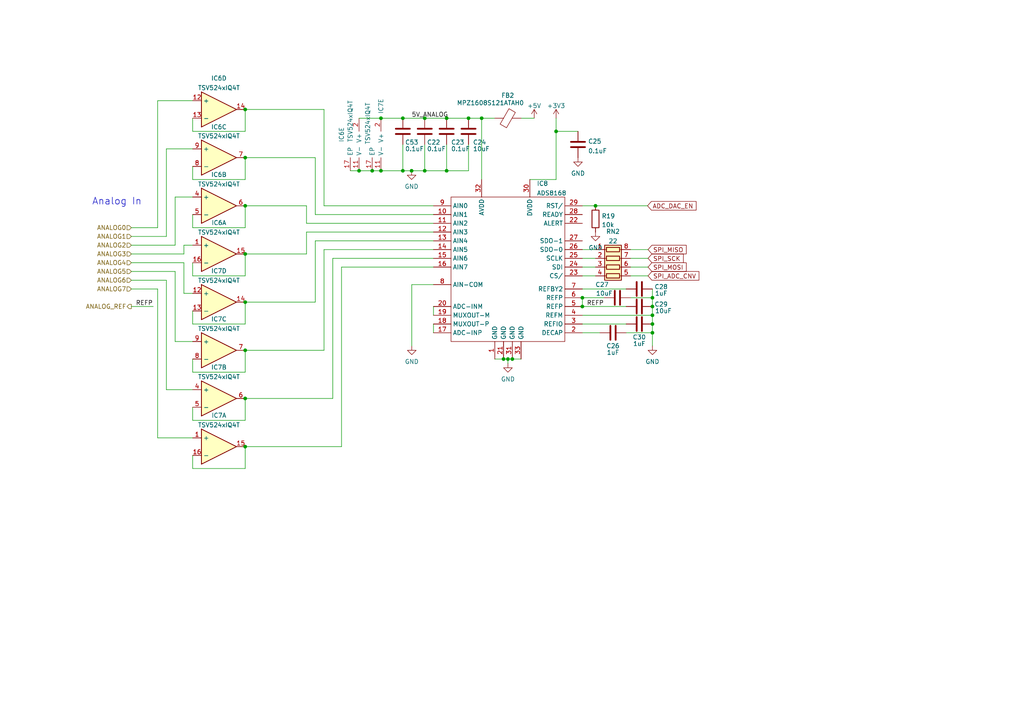
<source format=kicad_sch>
(kicad_sch (version 20211123) (generator eeschema)
  (paper "A4")
  (lib_symbols
    (symbol "Amplifier_Operational:TSV524xIQ4T"
      (property "Reference" "U" (at 2.54 5.08 0))
      (property "Value" "TSV524xIQ4T" (at 5.08 -5.08 0))
      (symbol "TSV524xIQ4T_1_1"
        (polyline (pts (xy -5.08 5.08) (xy 5.08 0) (xy -5.08 -5.08) (xy -5.08 5.08)) (stroke (width 0.254)) (fill (type background)))
        (pin input line (at -7.62 2.54 0) (length 2.54) (name "+") (number "1"))
        (pin output line (at 7.62 0 180) (length 2.54) (name "~") (number "15"))
        (pin input line (at -7.62 -2.54 0) (length 2.54) (name "-") (number "16"))
      )
      (symbol "TSV524xIQ4T_2_1"
        (polyline (pts (xy -5.08 5.08) (xy 5.08 0) (xy -5.08 -5.08) (xy -5.08 5.08)) (stroke (width 0.254)) (fill (type background)))
        (pin input line (at -7.62 2.54 0) (length 2.54) (name "+") (number "4"))
        (pin input line (at -7.62 -2.54 0) (length 2.54) (name "-") (number "5"))
        (pin output line (at 7.62 0 180) (length 2.54) (name "~") (number "6"))
      )
      (symbol "TSV524xIQ4T_3_1"
        (polyline (pts (xy -5.08 5.08) (xy 5.08 0) (xy -5.08 -5.08) (xy -5.08 5.08)) (stroke (width 0.254)) (fill (type background)))
        (pin output line (at 7.62 0 180) (length 2.54) (name "~") (number "7"))
        (pin input line (at -7.62 -2.54 0) (length 2.54) (name "-") (number "8"))
        (pin input line (at -7.62 2.54 0) (length 2.54) (name "+") (number "9"))
      )
      (symbol "TSV524xIQ4T_4_1"
        (polyline (pts (xy -5.08 5.08) (xy 5.08 0) (xy -5.08 -5.08) (xy -5.08 5.08)) (stroke (width 0.254)) (fill (type background)))
        (pin input line (at -7.62 2.54 0) (length 2.54) (name "+") (number "12"))
        (pin input line (at -7.62 -2.54 0) (length 2.54) (name "-") (number "13"))
        (pin output line (at 7.62 0 180) (length 2.54) (name "~") (number "14"))
      )
      (symbol "TSV524xIQ4T_5_1"
        (pin no_connect line (at -2.54 0 0) (length 3.81) hide (name "NC") (number "10"))
        (pin power_in line (at 0 -7.62 90) (length 3.81) (name "V-") (number "11"))
        (pin passive line (at -2.54 -7.62 90) (length 3.81) (name "EP") (number "17"))
        (pin power_in line (at 0 7.62 270) (length 3.81) (name "V+") (number "2"))
        (pin no_connect line (at -2.54 2.54 0) (length 3.81) hide (name "NC") (number "3"))
      )
    )
    (symbol "Bela:ADS8168"
      (property "Reference" "IC" (at -5.08 -7.62 0))
      (property "Value" "ADS8168" (at 11.43 -7.62 0))
      (symbol "ADS8168_0_1"
        (rectangle (start -17.78 -8.89) (end 15.24 -50.8) (stroke (width 0.1524)))
      )
      (symbol "ADS8168_1_1"
        (pin power_in line (at -5.08 -55.88 90) (length 5.08) (name "GND") (number "1"))
        (pin input line (at -22.86 -13.97 0) (length 5.08) (name "AIN1") (number "10"))
        (pin input line (at -22.86 -16.51 0) (length 5.08) (name "AIN2") (number "11"))
        (pin input line (at -22.86 -19.05 0) (length 5.08) (name "AIN3") (number "12"))
        (pin input line (at -22.86 -21.59 0) (length 5.08) (name "AIN4") (number "13"))
        (pin input line (at -22.86 -24.13 0) (length 5.08) (name "AIN5") (number "14"))
        (pin input line (at -22.86 -26.67 0) (length 5.08) (name "AIN6") (number "15"))
        (pin input line (at -22.86 -29.21 0) (length 5.08) (name "AIN7") (number "16"))
        (pin input line (at -22.86 -48.26 0) (length 5.08) (name "ADC-INP") (number "17"))
        (pin input line (at -22.86 -45.72 0) (length 5.08) (name "MUXOUT-P") (number "18"))
        (pin input line (at -22.86 -43.18 0) (length 5.08) (name "MUXOUT-M") (number "19"))
        (pin output line (at 20.32 -48.26 180) (length 5.08) (name "DECAP") (number "2"))
        (pin input line (at -22.86 -40.64 0) (length 5.08) (name "ADC-INM") (number "20"))
        (pin power_in line (at -2.54 -55.88 90) (length 5.08) (name "GND") (number "21"))
        (pin output line (at 20.32 -16.51 180) (length 5.08) (name "ALERT") (number "22"))
        (pin input line (at 20.32 -31.75 180) (length 5.08) (name "CS/") (number "23"))
        (pin input line (at 20.32 -29.21 180) (length 5.08) (name "SDI") (number "24"))
        (pin input line (at 20.32 -26.67 180) (length 5.08) (name "SCLK") (number "25"))
        (pin output line (at 20.32 -24.13 180) (length 5.08) (name "SDO-0") (number "26"))
        (pin output line (at 20.32 -21.59 180) (length 5.08) (name "SDO-1") (number "27"))
        (pin output line (at 20.32 -13.97 180) (length 5.08) (name "READY") (number "28"))
        (pin input line (at 20.32 -11.43 180) (length 5.08) (name "RST/") (number "29"))
        (pin output line (at 20.32 -45.72 180) (length 5.08) (name "REFIO") (number "3"))
        (pin power_in line (at 5.08 -3.81 270) (length 5.08) (name "DVDD") (number "30"))
        (pin power_in line (at 0 -55.88 90) (length 5.08) (name "GND") (number "31"))
        (pin power_in line (at -8.89 -3.81 270) (length 5.08) (name "AVDD") (number "32"))
        (pin power_in line (at 2.54 -55.88 90) (length 5.08) (name "GND") (number "33"))
        (pin output line (at 20.32 -43.18 180) (length 5.08) (name "REFM") (number "4"))
        (pin output line (at 20.32 -40.64 180) (length 5.08) (name "REFP") (number "5"))
        (pin output line (at 20.32 -38.1 180) (length 5.08) (name "REFP") (number "6"))
        (pin output line (at 20.32 -35.56 180) (length 5.08) (name "REFBY2") (number "7"))
        (pin input line (at -22.86 -34.29 0) (length 5.08) (name "AIN-COM") (number "8"))
        (pin input line (at -22.86 -11.43 0) (length 5.08) (name "AIN0") (number "9"))
      )
    )
    (symbol "Device:C" (pin_numbers hide) (pin_names (offset 0.254))
      (property "Reference" "C" (at 0.635 2.54 0))
      (property "Value" "C" (at 0.635 -2.54 0))
      (symbol "C_0_1"
        (polyline (pts (xy -2.032 -0.762) (xy 2.032 -0.762)) (stroke (width 0.508)))
        (polyline (pts (xy -2.032 0.762) (xy 2.032 0.762)) (stroke (width 0.508)))
      )
      (symbol "C_1_1"
        (pin passive line (at 0 3.81 270) (length 2.794) (name "~") (number "1"))
        (pin passive line (at 0 -3.81 90) (length 2.794) (name "~") (number "2"))
      )
    )
    (symbol "Device:FerriteBead" (pin_numbers hide) (pin_names (offset 0))
      (property "Reference" "FB" (at -3.81 0.635 90))
      (property "Value" "FerriteBead" (at 3.81 0 90))
      (symbol "FerriteBead_0_1"
        (polyline (pts (xy 0 -1.27) (xy 0 -1.2192)))
        (polyline (pts (xy 0 1.27) (xy 0 1.2954)))
        (polyline (pts (xy -2.7686 0.4064) (xy -1.7018 2.2606) (xy 2.7686 -0.3048) (xy 1.6764 -2.159) (xy -2.7686 0.4064)))
      )
      (symbol "FerriteBead_1_1"
        (pin passive line (at 0 3.81 270) (length 2.54) (name "~") (number "1"))
        (pin passive line (at 0 -3.81 90) (length 2.54) (name "~") (number "2"))
      )
    )
    (symbol "Device:R" (pin_numbers hide) (pin_names (offset 0))
      (property "Reference" "R" (at 2.032 0 90))
      (property "Value" "R" (at 0 0 90))
      (symbol "R_0_1"
        (rectangle (start -1.016 -2.54) (end 1.016 2.54) (stroke (width 0.254)))
      )
      (symbol "R_1_1"
        (pin passive line (at 0 3.81 270) (length 1.27) (name "~") (number "1"))
        (pin passive line (at 0 -3.81 90) (length 1.27) (name "~") (number "2"))
      )
    )
    (symbol "Device:R_Pack04" (pin_names (offset 0) hide)
      (property "Reference" "RN" (at -7.62 0 90))
      (property "Value" "R_Pack04" (at 5.08 0 90))
      (symbol "R_Pack04_0_1"
        (rectangle (start -6.35 -2.413) (end 3.81 2.413) (stroke (width 0.254)) (fill (type background)))
        (rectangle (start -5.715 1.905) (end -4.445 -1.905) (stroke (width 0.254)))
        (rectangle (start -3.175 1.905) (end -1.905 -1.905) (stroke (width 0.254)))
        (rectangle (start -0.635 1.905) (end 0.635 -1.905) (stroke (width 0.254)))
        (polyline (pts (xy -5.08 -2.54) (xy -5.08 -1.905)))
        (polyline (pts (xy -5.08 1.905) (xy -5.08 2.54)))
        (polyline (pts (xy -2.54 -2.54) (xy -2.54 -1.905)))
        (polyline (pts (xy -2.54 1.905) (xy -2.54 2.54)))
        (polyline (pts (xy 0 -2.54) (xy 0 -1.905)))
        (polyline (pts (xy 0 1.905) (xy 0 2.54)))
        (polyline (pts (xy 2.54 -2.54) (xy 2.54 -1.905)))
        (polyline (pts (xy 2.54 1.905) (xy 2.54 2.54)))
        (rectangle (start 1.905 1.905) (end 3.175 -1.905) (stroke (width 0.254)))
      )
      (symbol "R_Pack04_1_1"
        (pin passive line (at -5.08 -5.08 90) (length 2.54) (name "R1.1") (number "1"))
        (pin passive line (at -2.54 -5.08 90) (length 2.54) (name "R2.1") (number "2"))
        (pin passive line (at 0 -5.08 90) (length 2.54) (name "R3.1") (number "3"))
        (pin passive line (at 2.54 -5.08 90) (length 2.54) (name "R4.1") (number "4"))
        (pin passive line (at 2.54 5.08 270) (length 2.54) (name "R4.2") (number "5"))
        (pin passive line (at 0 5.08 270) (length 2.54) (name "R3.2") (number "6"))
        (pin passive line (at -2.54 5.08 270) (length 2.54) (name "R2.2") (number "7"))
        (pin passive line (at -5.08 5.08 270) (length 2.54) (name "R1.2") (number "8"))
      )
    )
    (symbol "power:+3V3" (power) (pin_names (offset 0))
      (property "Value" "+3V3" (at 0 3.556 0))
      (symbol "+3V3_0_1"
        (polyline (pts (xy -0.762 1.27) (xy 0 2.54)))
        (polyline (pts (xy 0 0) (xy 0 2.54)))
        (polyline (pts (xy 0 2.54) (xy 0.762 1.27)))
      )
      (symbol "+3V3_1_1"
        (pin power_in line (at 0 0 90) (length 0) hide (name "+3V3") (number "1"))
      )
    )
    (symbol "power:+5V" (power) (pin_names (offset 0))
      (property "Value" "+5V" (at 0 3.556 0))
      (symbol "+5V_0_1"
        (polyline (pts (xy -0.762 1.27) (xy 0 2.54)))
        (polyline (pts (xy 0 0) (xy 0 2.54)))
        (polyline (pts (xy 0 2.54) (xy 0.762 1.27)))
      )
      (symbol "+5V_1_1"
        (pin power_in line (at 0 0 90) (length 0) hide (name "+5V") (number "1"))
      )
    )
    (symbol "power:GND" (power) (pin_names (offset 0))
      (property "Value" "GND" (at 0 -3.81 0))
      (symbol "GND_0_1"
        (polyline (pts (xy 0 0) (xy 0 -1.27) (xy 1.27 -1.27) (xy 0 -2.54) (xy -1.27 -1.27) (xy 0 -1.27)))
      )
      (symbol "GND_1_1"
        (pin power_in line (at 0 0 270) (length 0) hide (name "GND") (number "1"))
      )
    )
  )
  (junction (at 71.12 59.69))
  (junction (at 168.91 86.36))
  (junction (at 110.49 49.53))
  (junction (at 104.14 49.53))
  (junction (at 71.12 115.57))
  (junction (at 71.12 129.54))
  (junction (at 107.95 49.53))
  (junction (at 71.12 45.72))
  (junction (at 189.23 91.44))
  (junction (at 116.84 34.29))
  (junction (at 71.12 87.63))
  (junction (at 129.54 49.53))
  (junction (at 123.19 34.29))
  (junction (at 71.12 73.66))
  (junction (at 189.23 93.98))
  (junction (at 189.23 86.36))
  (junction (at 139.7 34.29))
  (junction (at 147.32 104.14))
  (junction (at 148.59 104.14))
  (junction (at 123.19 49.53))
  (junction (at 146.05 104.14))
  (junction (at 172.72 59.69))
  (junction (at 135.89 34.29))
  (junction (at 161.29 38.1))
  (junction (at 71.12 31.75))
  (junction (at 119.38 49.53))
  (junction (at 129.54 34.29))
  (junction (at 168.91 88.9))
  (junction (at 110.49 34.29))
  (junction (at 116.84 49.53))
  (junction (at 189.23 96.52))
  (junction (at 189.23 88.9))
  (junction (at 71.12 101.6))
  (wire (pts (xy 88.9 64.77) (xy 125.73 64.77)))
  (wire (pts (xy 129.54 49.53) (xy 135.89 49.53)))
  (wire (pts (xy 55.88 107.95) (xy 71.12 107.95)))
  (wire (pts (xy 168.91 86.36) (xy 168.91 88.9)))
  (wire (pts (xy 55.88 135.89) (xy 71.12 135.89)))
  (wire (pts (xy 93.98 31.75) (xy 93.98 59.69)))
  (wire (pts (xy 123.19 34.29) (xy 129.54 34.29)))
  (wire (pts (xy 71.12 31.75) (xy 93.98 31.75)))
  (wire (pts (xy 148.59 104.14) (xy 151.13 104.14)))
  (wire (pts (xy 55.88 62.23) (xy 55.88 66.04)))
  (wire (pts (xy 50.8 71.12) (xy 50.8 57.15)))
  (wire (pts (xy 181.61 96.52) (xy 189.23 96.52)))
  (wire (pts (xy 104.14 49.53) (xy 107.95 49.53)))
  (wire (pts (xy 146.05 104.14) (xy 147.32 104.14)))
  (wire (pts (xy 88.9 59.69) (xy 88.9 64.77)))
  (wire (pts (xy 71.12 52.07) (xy 71.12 45.72)))
  (wire (pts (xy 116.84 34.29) (xy 123.19 34.29)))
  (wire (pts (xy 107.95 49.53) (xy 110.49 49.53)))
  (wire (pts (xy 168.91 80.01) (xy 172.72 80.01)))
  (wire (pts (xy 139.7 34.29) (xy 143.51 34.29)))
  (wire (pts (xy 125.73 88.9) (xy 125.73 91.44)))
  (wire (pts (xy 55.88 118.11) (xy 55.88 121.92)))
  (wire (pts (xy 91.44 87.63) (xy 91.44 69.85)))
  (wire (pts (xy 110.49 34.29) (xy 116.84 34.29)))
  (wire (pts (xy 168.91 86.36) (xy 175.26 86.36)))
  (wire (pts (xy 53.34 85.09) (xy 55.88 85.09)))
  (wire (pts (xy 125.73 67.31) (xy 88.9 67.31)))
  (wire (pts (xy 168.91 83.82) (xy 181.61 83.82)))
  (wire (pts (xy 116.84 49.53) (xy 119.38 49.53)))
  (wire (pts (xy 139.7 34.29) (xy 139.7 52.07)))
  (wire (pts (xy 71.12 93.98) (xy 71.12 87.63)))
  (wire (pts (xy 129.54 41.91) (xy 129.54 49.53)))
  (wire (pts (xy 96.52 74.93) (xy 125.73 74.93)))
  (wire (pts (xy 45.72 83.82) (xy 38.1 83.82)))
  (wire (pts (xy 93.98 59.69) (xy 125.73 59.69)))
  (wire (pts (xy 125.73 72.39) (xy 93.98 72.39)))
  (wire (pts (xy 71.12 38.1) (xy 71.12 31.75)))
  (wire (pts (xy 88.9 73.66) (xy 71.12 73.66)))
  (wire (pts (xy 182.88 86.36) (xy 189.23 86.36)))
  (wire (pts (xy 38.1 71.12) (xy 50.8 71.12)))
  (wire (pts (xy 45.72 29.21) (xy 55.88 29.21)))
  (wire (pts (xy 135.89 49.53) (xy 135.89 41.91)))
  (wire (pts (xy 125.73 62.23) (xy 91.44 62.23)))
  (wire (pts (xy 55.88 93.98) (xy 71.12 93.98)))
  (wire (pts (xy 182.88 80.01) (xy 187.96 80.01)))
  (wire (pts (xy 125.73 93.98) (xy 125.73 96.52)))
  (wire (pts (xy 123.19 49.53) (xy 129.54 49.53)))
  (wire (pts (xy 168.91 77.47) (xy 172.72 77.47)))
  (wire (pts (xy 153.67 52.07) (xy 161.29 52.07)))
  (wire (pts (xy 55.88 121.92) (xy 71.12 121.92)))
  (wire (pts (xy 143.51 104.14) (xy 146.05 104.14)))
  (wire (pts (xy 38.1 81.28) (xy 48.26 81.28)))
  (wire (pts (xy 53.34 71.12) (xy 55.88 71.12)))
  (wire (pts (xy 101.6 49.53) (xy 104.14 49.53)))
  (wire (pts (xy 48.26 68.58) (xy 48.26 43.18)))
  (wire (pts (xy 91.44 69.85) (xy 125.73 69.85)))
  (wire (pts (xy 135.89 34.29) (xy 139.7 34.29)))
  (wire (pts (xy 71.12 115.57) (xy 96.52 115.57)))
  (wire (pts (xy 53.34 73.66) (xy 53.34 71.12)))
  (wire (pts (xy 99.06 77.47) (xy 99.06 129.54)))
  (wire (pts (xy 53.34 76.2) (xy 53.34 85.09)))
  (wire (pts (xy 168.91 59.69) (xy 172.72 59.69)))
  (wire (pts (xy 129.54 34.29) (xy 135.89 34.29)))
  (wire (pts (xy 189.23 91.44) (xy 189.23 93.98)))
  (wire (pts (xy 55.88 52.07) (xy 71.12 52.07)))
  (wire (pts (xy 125.73 82.55) (xy 119.4308 82.55)))
  (wire (pts (xy 119.4308 82.55) (xy 119.4308 100.33)))
  (wire (pts (xy 168.91 93.98) (xy 181.61 93.98)))
  (wire (pts (xy 119.38 49.53) (xy 123.19 49.53)))
  (wire (pts (xy 182.88 74.93) (xy 187.96 74.93)))
  (wire (pts (xy 161.29 38.1) (xy 161.29 52.07)))
  (wire (pts (xy 161.29 34.29) (xy 161.29 38.1)))
  (wire (pts (xy 55.88 76.2) (xy 55.88 80.01)))
  (wire (pts (xy 161.29 38.1) (xy 167.64 38.1)))
  (wire (pts (xy 168.91 72.39) (xy 172.72 72.39)))
  (wire (pts (xy 172.72 59.69) (xy 187.8076 59.69)))
  (wire (pts (xy 71.12 87.63) (xy 91.44 87.63)))
  (wire (pts (xy 168.91 74.93) (xy 172.72 74.93)))
  (wire (pts (xy 96.52 115.57) (xy 96.52 74.93)))
  (wire (pts (xy 50.8 99.06) (xy 55.88 99.06)))
  (wire (pts (xy 38.1 88.9) (xy 44.45 88.9)))
  (wire (pts (xy 48.26 43.18) (xy 55.88 43.18)))
  (wire (pts (xy 38.1 76.2) (xy 53.34 76.2)))
  (wire (pts (xy 189.23 91.44) (xy 189.23 88.9)))
  (wire (pts (xy 88.9 67.31) (xy 88.9 73.66)))
  (wire (pts (xy 50.8 78.74) (xy 50.8 99.06)))
  (wire (pts (xy 91.44 45.72) (xy 71.12 45.72)))
  (wire (pts (xy 45.72 127) (xy 45.72 83.82)))
  (wire (pts (xy 71.12 107.95) (xy 71.12 101.6)))
  (wire (pts (xy 151.13 34.29) (xy 154.94 34.29)))
  (wire (pts (xy 93.98 101.6) (xy 71.12 101.6)))
  (wire (pts (xy 110.49 49.53) (xy 116.84 49.53)))
  (wire (pts (xy 168.91 96.52) (xy 173.99 96.52)))
  (wire (pts (xy 168.91 91.44) (xy 189.23 91.44)))
  (wire (pts (xy 55.88 132.08) (xy 55.88 135.89)))
  (wire (pts (xy 48.26 81.28) (xy 48.26 113.03)))
  (wire (pts (xy 55.88 38.1) (xy 71.12 38.1)))
  (wire (pts (xy 189.23 83.82) (xy 189.23 86.36)))
  (wire (pts (xy 55.88 34.29) (xy 55.88 38.1)))
  (wire (pts (xy 93.98 72.39) (xy 93.98 101.6)))
  (wire (pts (xy 125.73 77.47) (xy 99.06 77.47)))
  (wire (pts (xy 123.19 41.91) (xy 123.19 49.53)))
  (wire (pts (xy 147.32 104.14) (xy 147.32 105.41)))
  (wire (pts (xy 189.23 86.36) (xy 189.23 88.9)))
  (wire (pts (xy 168.91 88.9) (xy 181.61 88.9)))
  (wire (pts (xy 182.88 77.47) (xy 187.96 77.47)))
  (wire (pts (xy 71.12 59.69) (xy 88.9 59.69)))
  (wire (pts (xy 45.72 66.04) (xy 45.72 29.21)))
  (wire (pts (xy 71.12 66.04) (xy 71.12 59.69)))
  (wire (pts (xy 71.12 80.01) (xy 71.12 73.66)))
  (wire (pts (xy 38.1 68.58) (xy 48.26 68.58)))
  (wire (pts (xy 71.12 121.92) (xy 71.12 115.57)))
  (wire (pts (xy 38.1 66.04) (xy 45.72 66.04)))
  (wire (pts (xy 182.88 72.39) (xy 187.96 72.39)))
  (wire (pts (xy 55.88 90.17) (xy 55.88 93.98)))
  (wire (pts (xy 55.88 104.14) (xy 55.88 107.95)))
  (wire (pts (xy 91.44 62.23) (xy 91.44 45.72)))
  (wire (pts (xy 50.8 57.15) (xy 55.88 57.15)))
  (wire (pts (xy 189.23 96.52) (xy 189.23 93.98)))
  (wire (pts (xy 116.84 41.91) (xy 116.84 49.53)))
  (wire (pts (xy 104.14 34.29) (xy 110.49 34.29)))
  (wire (pts (xy 55.88 66.04) (xy 71.12 66.04)))
  (wire (pts (xy 38.1 78.74) (xy 50.8 78.74)))
  (wire (pts (xy 99.06 129.54) (xy 71.12 129.54)))
  (wire (pts (xy 38.1 73.66) (xy 53.34 73.66)))
  (wire (pts (xy 55.88 127) (xy 45.72 127)))
  (wire (pts (xy 55.88 80.01) (xy 71.12 80.01)))
  (wire (pts (xy 189.23 96.52) (xy 189.23 100.33)))
  (wire (pts (xy 55.88 48.26) (xy 55.88 52.07)))
  (wire (pts (xy 71.12 135.89) (xy 71.12 129.54)))
  (wire (pts (xy 48.26 113.03) (xy 55.88 113.03)))
  (wire (pts (xy 147.32 104.14) (xy 148.59 104.14)))
  (text "Analog In" (at 26.67 59.69 0) (effects (font (size 2 2)) (justify left bottom)))
  (label "REFP" (at 170.18 88.9 0))
  (label "REFP" (at 39.37 88.9 0))
  (label "5V_ANALOG" (at 119.38 34.29 0))
  (global_label "SPI_MOSI" (shape input) (at 187.96 77.47 0) (property "Intersheet References" "${INTERSHEET_REFS}" (effects hide)))
  (global_label "ADC_DAC_EN" (shape input) (at 187.8076 59.69 0) (property "Intersheet References" "${INTERSHEET_REFS}" (effects hide)))
  (global_label "SPI_SCK" (shape input) (at 187.96 74.93 0) (property "Intersheet References" "${INTERSHEET_REFS}" (effects hide)))
  (global_label "SPI_ADC_CNV" (shape input) (at 187.96 80.01 0) (property "Intersheet References" "${INTERSHEET_REFS}" (effects hide)))
  (global_label "SPI_MISO" (shape input) (at 187.96 72.39 0) (property "Intersheet References" "${INTERSHEET_REFS}" (effects hide)))
  (hierarchical_label "ANALOG4" (shape input) (at 38.1 76.2 180))
  (hierarchical_label "ANALOG6" (shape input) (at 38.1 81.28 180))
  (hierarchical_label "ANALOG5" (shape input) (at 38.1 78.74 180))
  (hierarchical_label "ANALOG1" (shape input) (at 38.1 68.58 180))
  (hierarchical_label "ANALOG3" (shape input) (at 38.1 73.66 180))
  (hierarchical_label "ANALOG2" (shape input) (at 38.1 71.12 180))
  (hierarchical_label "ANALOG0" (shape input) (at 38.1 66.04 180))
  (hierarchical_label "ANALOG7" (shape input) (at 38.1 83.82 180))
  (hierarchical_label "ANALOG_REF" (shape output) (at 38.1 88.9 180))
  (symbol (lib_id "Amplifier_Operational:TSV524xIQ4T") (at 110.49 41.91 0) (unit 5)
    (property "Reference" "IC7" (at 110.49 33.02 90) (effects (justify left)))
    (property "Value" "TSV524xIQ4T" (at 106.68 41.91 90) (effects (justify left)))
    (property "Footprint" "Package_DFN_QFN:QFN-16-1EP_3x3mm_P0.5mm_EP1.7x1.7mm" (effects hide))
    (property "Datasheet" "https://www.st.com/resource/en/datasheet/tsv521.pdf" (effects hide))
  )
  (symbol (lib_id "Amplifier_Operational:TSV524xIQ4T") (at 63.5 59.69 0) (unit 2)
    (property "Reference" "IC6" (at 63.5 50.6435 0))
    (property "Value" "TSV524xIQ4T" (at 63.5 53.4186 0))
    (property "Footprint" "Package_DFN_QFN:QFN-16-1EP_3x3mm_P0.5mm_EP1.7x1.7mm" (effects hide))
    (property "Datasheet" "https://www.st.com/resource/en/datasheet/tsv521.pdf" (effects hide))
  )
  (symbol (lib_id "Device:C") (at 185.42 83.82 90) (unit 1)
    (property "Reference" "C28" (at 191.77 83.185 90))
    (property "Value" "1uF" (at 191.77 85.09 90))
    (property "Footprint" "Capacitor_SMD:C_0603_1608Metric" (effects hide))
  )
  (symbol (lib_id "Device:C") (at 185.42 88.9 90) (unit 1)
    (property "Reference" "C29" (at 191.77 88.265 90))
    (property "Value" "10uF" (at 192.405 90.17 90))
    (property "Footprint" "Capacitor_SMD:C_0603_1608Metric" (effects hide))
  )
  (symbol (lib_id "Device:R") (at 172.72 63.5 180) (unit 1)
    (property "Reference" "R19" (at 174.498 62.6653 0) (effects (justify right)))
    (property "Value" "10k" (at 174.498 65.2022 0) (effects (justify right)))
    (property "Footprint" "Resistor_SMD:R_0603_1608Metric" (effects hide))
  )
  (symbol (lib_id "Device:C") (at 179.07 86.36 90) (unit 1)
    (property "Reference" "C27" (at 174.625 82.55 90))
    (property "Value" "10uF" (at 175.26 85.09 90))
    (property "Footprint" "Capacitor_SMD:C_0603_1608Metric" (effects hide))
  )
  (symbol (lib_id "power:+5V") (at 154.94 34.29 0) (unit 1)
    (property "Reference" "#PWR0123" (effects hide))
    (property "Value" "+5V" (at 154.94 30.6855 0))
  )
  (symbol (lib_id "Amplifier_Operational:TSV524xIQ4T") (at 63.5 115.57 0) (unit 2)
    (property "Reference" "IC7" (at 63.5 106.5235 0))
    (property "Value" "TSV524xIQ4T" (at 63.5 109.2986 0))
    (property "Footprint" "Package_DFN_QFN:QFN-16-1EP_3x3mm_P0.5mm_EP1.7x1.7mm" (effects hide))
    (property "Datasheet" "https://www.st.com/resource/en/datasheet/tsv521.pdf" (effects hide))
  )
  (symbol (lib_id "Amplifier_Operational:TSV524xIQ4T") (at 63.5 101.6 0) (unit 3)
    (property "Reference" "IC7" (at 63.5 92.5535 0))
    (property "Value" "TSV524xIQ4T" (at 63.5 95.3286 0))
    (property "Footprint" "Package_DFN_QFN:QFN-16-1EP_3x3mm_P0.5mm_EP1.7x1.7mm" (effects hide))
    (property "Datasheet" "https://www.st.com/resource/en/datasheet/tsv521.pdf" (effects hide))
  )
  (symbol (lib_id "Amplifier_Operational:TSV524xIQ4T") (at 104.14 41.91 0) (unit 5)
    (property "Reference" "IC6" (at 99.06 41.275 90) (effects (justify left)))
    (property "Value" "TSV524xIQ4T" (at 101.6 41.275 90) (effects (justify left)))
    (property "Footprint" "Package_DFN_QFN:QFN-16-1EP_3x3mm_P0.5mm_EP1.7x1.7mm" (effects hide))
    (property "Datasheet" "https://www.st.com/resource/en/datasheet/tsv521.pdf" (effects hide))
  )
  (symbol (lib_id "Device:R_Pack04") (at 177.8 77.47 270) (unit 1)
    (property "Reference" "RN2" (at 177.8 67.1535 90))
    (property "Value" "22" (at 177.8 69.9286 90))
    (property "Footprint" "Resistor_SMD:R_Array_Convex_4x0603" (effects hide))
  )
  (symbol (lib_id "Amplifier_Operational:TSV524xIQ4T") (at 63.5 129.54 0) (unit 1)
    (property "Reference" "IC7" (at 63.5 120.4935 0))
    (property "Value" "TSV524xIQ4T" (at 63.5 123.2686 0))
    (property "Footprint" "Package_DFN_QFN:QFN-16-1EP_3x3mm_P0.5mm_EP1.7x1.7mm" (effects hide))
    (property "Datasheet" "https://www.st.com/resource/en/datasheet/tsv521.pdf" (effects hide))
  )
  (symbol (lib_id "Device:C") (at 167.64 41.91 180) (unit 1)
    (property "Reference" "C25" (at 170.561 41.0015 0) (effects (justify right)))
    (property "Value" "0.1uF" (at 170.561 43.7766 0) (effects (justify right)))
    (property "Footprint" "Capacitor_SMD:C_0603_1608Metric" (effects hide))
  )
  (symbol (lib_id "Device:C") (at 129.54 38.1 180) (unit 1)
    (property "Reference" "C23" (at 130.81 41.275 0) (effects (justify right)))
    (property "Value" "0.1uF" (at 130.81 43.18 0) (effects (justify right)))
    (property "Footprint" "Capacitor_SMD:C_0603_1608Metric" (effects hide))
  )
  (symbol (lib_id "Device:C") (at 185.42 93.98 90) (unit 1)
    (property "Reference" "C30" (at 185.42 97.79 90))
    (property "Value" "1uF" (at 185.42 99.695 90))
    (property "Footprint" "Capacitor_SMD:C_0603_1608Metric" (effects hide))
  )
  (symbol (lib_id "Device:C") (at 116.84 38.1 180) (unit 1)
    (property "Reference" "C53" (at 117.475 41.275 0) (effects (justify right)))
    (property "Value" "0.1uF" (at 117.475 43.18 0) (effects (justify right)))
    (property "Footprint" "Capacitor_SMD:C_0603_1608Metric" (effects hide))
  )
  (symbol (lib_id "power:GND") (at 147.32 105.41 0) (unit 1)
    (property "Reference" "#PWR0125" (effects hide))
    (property "Value" "GND" (at 147.32 109.9725 0))
  )
  (symbol (lib_id "power:GND") (at 119.38 49.53 0) (unit 1)
    (property "Reference" "#PWR0131" (effects hide))
    (property "Value" "GND" (at 119.38 54.0925 0))
  )
  (symbol (lib_id "Amplifier_Operational:TSV524xIQ4T") (at 63.5 87.63 0) (unit 4)
    (property "Reference" "IC7" (at 63.5 78.5835 0))
    (property "Value" "TSV524xIQ4T" (at 63.5 81.3586 0))
    (property "Footprint" "Package_DFN_QFN:QFN-16-1EP_3x3mm_P0.5mm_EP1.7x1.7mm" (effects hide))
    (property "Datasheet" "https://www.st.com/resource/en/datasheet/tsv521.pdf" (effects hide))
  )
  (symbol (lib_id "power:GND") (at 172.72 67.31 0) (unit 1)
    (property "Reference" "#PWR0128" (effects hide))
    (property "Value" "GND" (at 172.72 71.8725 0))
  )
  (symbol (lib_id "Amplifier_Operational:TSV524xIQ4T") (at 63.5 73.66 0) (unit 1)
    (property "Reference" "IC6" (at 63.5 64.6135 0))
    (property "Value" "TSV524xIQ4T" (at 63.5 67.3886 0))
    (property "Footprint" "Package_DFN_QFN:QFN-16-1EP_3x3mm_P0.5mm_EP1.7x1.7mm" (effects hide))
    (property "Datasheet" "https://www.st.com/resource/en/datasheet/tsv521.pdf" (effects hide))
  )
  (symbol (lib_id "Device:C") (at 177.8 96.52 90) (unit 1)
    (property "Reference" "C26" (at 177.8 100.33 90))
    (property "Value" "1uF" (at 177.8 102.235 90))
    (property "Footprint" "Capacitor_SMD:C_0603_1608Metric" (effects hide))
  )
  (symbol (lib_id "Device:C") (at 123.19 38.1 180) (unit 1)
    (property "Reference" "C22" (at 123.825 41.275 0) (effects (justify right)))
    (property "Value" "0.1uF" (at 123.825 43.18 0) (effects (justify right)))
    (property "Footprint" "Capacitor_SMD:C_0603_1608Metric" (effects hide))
  )
  (symbol (lib_id "Amplifier_Operational:TSV524xIQ4T") (at 63.5 31.75 0) (unit 4)
    (property "Reference" "IC6" (at 63.5 22.7035 0))
    (property "Value" "TSV524xIQ4T" (at 63.5 25.4786 0))
    (property "Footprint" "Package_DFN_QFN:QFN-16-1EP_3x3mm_P0.5mm_EP1.7x1.7mm" (effects hide))
    (property "Datasheet" "https://www.st.com/resource/en/datasheet/tsv521.pdf" (effects hide))
  )
  (symbol (lib_id "Amplifier_Operational:TSV524xIQ4T") (at 63.5 45.72 0) (unit 3)
    (property "Reference" "IC6" (at 63.5 36.83 0))
    (property "Value" "TSV524xIQ4T" (at 63.5 39.4486 0))
    (property "Footprint" "Package_DFN_QFN:QFN-16-1EP_3x3mm_P0.5mm_EP1.7x1.7mm" (effects hide))
    (property "Datasheet" "https://www.st.com/resource/en/datasheet/tsv521.pdf" (effects hide))
  )
  (symbol (lib_id "power:+3V3") (at 161.29 34.29 0) (unit 1)
    (property "Reference" "#PWR0124" (effects hide))
    (property "Value" "+3V3" (at 161.29 30.6855 0))
  )
  (symbol (lib_id "Device:FerriteBead") (at 147.32 34.29 90) (unit 1)
    (property "Reference" "FB2" (at 147.2692 27.6819 90))
    (property "Value" "MPZ1608S121ATAH0" (at 142.24 29.845 90))
    (property "Footprint" "Inductor_SMD:L_0603_1608Metric" (effects hide))
  )
  (symbol (lib_id "power:GND") (at 119.4308 100.33 0) (unit 1)
    (property "Reference" "#PWR0126" (effects hide))
    (property "Value" "GND" (at 119.4308 104.8925 0))
  )
  (symbol (lib_id "Bela:ADS8168") (at 148.59 48.26 0) (unit 1)
    (property "Reference" "IC8" (at 155.6894 53.2343 0) (effects (justify left)))
    (property "Value" "ADS8168" (at 155.6894 56.0094 0) (effects (justify left)))
    (property "Footprint" "Package_DFN_QFN:VQFN-32-1EP_5x5mm_P0.5mm_EP3.5x3.5mm" (effects hide))
  )
  (symbol (lib_id "power:GND") (at 189.23 100.33 0) (unit 1)
    (property "Reference" "#PWR0129" (effects hide))
    (property "Value" "GND" (at 189.23 104.8925 0))
  )
  (symbol (lib_id "Device:C") (at 135.89 38.1 180) (unit 1)
    (property "Reference" "C24" (at 137.16 41.275 0) (effects (justify right)))
    (property "Value" "10uF" (at 137.16 43.18 0) (effects (justify right)))
    (property "Footprint" "Capacitor_SMD:C_0603_1608Metric" (effects hide))
  )
  (symbol (lib_id "power:GND") (at 167.64 45.72 0) (unit 1)
    (property "Reference" "#PWR0127" (effects hide))
    (property "Value" "GND" (at 167.64 50.2825 0))
  )
)
</source>
